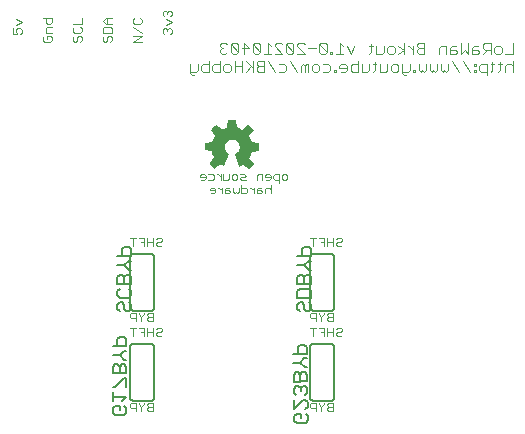
<source format=gbr>
G04 EAGLE Gerber RS-274X export*
G75*
%MOMM*%
%FSLAX34Y34*%
%LPD*%
%INSilkscreen Bottom*%
%IPPOS*%
%AMOC8*
5,1,8,0,0,1.08239X$1,22.5*%
G01*
%ADD10C,0.076200*%
%ADD11C,0.152400*%
%ADD12C,0.127000*%
%ADD13C,0.050800*%

G36*
X395140Y514872D02*
X395140Y514872D01*
X395192Y514877D01*
X395214Y514891D01*
X395225Y514893D01*
X395233Y514902D01*
X395262Y514920D01*
X396151Y515682D01*
X396152Y515683D01*
X396154Y515685D01*
X397297Y516701D01*
X397300Y516705D01*
X397308Y516711D01*
X398197Y517600D01*
X398200Y517604D01*
X398207Y517611D01*
X399223Y518754D01*
X399239Y518786D01*
X399253Y518802D01*
X399255Y518818D01*
X399279Y518857D01*
X399279Y518870D01*
X399284Y518881D01*
X399277Y518940D01*
X399276Y518998D01*
X399268Y519013D01*
X399267Y519021D01*
X399259Y519031D01*
X399239Y519071D01*
X395653Y524017D01*
X396459Y525398D01*
X396460Y525404D01*
X396467Y525413D01*
X396975Y526429D01*
X396977Y526441D01*
X396991Y526469D01*
X397372Y527739D01*
X397372Y527740D01*
X397373Y527742D01*
X397836Y529366D01*
X403901Y530356D01*
X403960Y530384D01*
X404020Y530410D01*
X404023Y530414D01*
X404028Y530417D01*
X404063Y530472D01*
X404100Y530526D01*
X404101Y530533D01*
X404103Y530536D01*
X404103Y530545D01*
X404113Y530606D01*
X404113Y536194D01*
X404095Y536257D01*
X404079Y536321D01*
X404076Y536324D01*
X404074Y536329D01*
X404025Y536373D01*
X403978Y536418D01*
X403971Y536420D01*
X403969Y536423D01*
X403960Y536424D01*
X403901Y536444D01*
X397815Y537438D01*
X397496Y538183D01*
X397119Y539563D01*
X397113Y539573D01*
X397105Y539602D01*
X396343Y541253D01*
X396337Y541260D01*
X396330Y541277D01*
X395652Y542408D01*
X399116Y547481D01*
X399136Y547540D01*
X399159Y547599D01*
X399157Y547607D01*
X399160Y547615D01*
X399145Y547676D01*
X399134Y547737D01*
X399127Y547746D01*
X399126Y547752D01*
X399117Y547760D01*
X399086Y547803D01*
X398457Y548433D01*
X397445Y549570D01*
X397441Y549573D01*
X397435Y549581D01*
X396165Y550851D01*
X396156Y550856D01*
X396141Y550872D01*
X394998Y551761D01*
X394951Y551780D01*
X394908Y551806D01*
X394887Y551805D01*
X394868Y551813D01*
X394818Y551804D01*
X394767Y551803D01*
X394741Y551789D01*
X394729Y551787D01*
X394720Y551779D01*
X394694Y551766D01*
X389747Y548179D01*
X388111Y549114D01*
X388100Y549116D01*
X388079Y549129D01*
X386809Y549637D01*
X386804Y549638D01*
X386795Y549642D01*
X385035Y550229D01*
X384044Y556175D01*
X384021Y556222D01*
X384005Y556273D01*
X383991Y556285D01*
X383983Y556302D01*
X383938Y556330D01*
X383898Y556364D01*
X383873Y556371D01*
X383863Y556377D01*
X383851Y556376D01*
X383819Y556385D01*
X382549Y556512D01*
X382541Y556511D01*
X382524Y556513D01*
X379603Y556513D01*
X379596Y556511D01*
X379582Y556512D01*
X378058Y556385D01*
X378008Y556366D01*
X377957Y556355D01*
X377944Y556342D01*
X377926Y556335D01*
X377895Y556293D01*
X377857Y556255D01*
X377849Y556231D01*
X377842Y556222D01*
X377841Y556210D01*
X377830Y556179D01*
X376717Y550121D01*
X375738Y549903D01*
X375727Y549897D01*
X375690Y549887D01*
X373404Y548871D01*
X373398Y548867D01*
X373384Y548861D01*
X372380Y548304D01*
X367303Y551895D01*
X367261Y551909D01*
X367224Y551932D01*
X367196Y551932D01*
X367170Y551941D01*
X367127Y551931D01*
X367083Y551930D01*
X367045Y551912D01*
X367033Y551909D01*
X367027Y551902D01*
X367010Y551894D01*
X366121Y551259D01*
X366116Y551253D01*
X366101Y551244D01*
X365085Y550355D01*
X365082Y550350D01*
X365073Y550343D01*
X363803Y549073D01*
X363799Y549065D01*
X363784Y549052D01*
X362768Y547782D01*
X362748Y547734D01*
X362721Y547690D01*
X362722Y547670D01*
X362714Y547652D01*
X362723Y547601D01*
X362724Y547549D01*
X362736Y547524D01*
X362738Y547513D01*
X362746Y547504D01*
X362760Y547476D01*
X366227Y542648D01*
X366172Y542538D01*
X365287Y541021D01*
X365285Y541012D01*
X365275Y540998D01*
X364640Y539601D01*
X364639Y539591D01*
X364629Y539570D01*
X364166Y538066D01*
X358094Y536951D01*
X358049Y536928D01*
X358000Y536913D01*
X357987Y536897D01*
X357968Y536888D01*
X357942Y536844D01*
X357909Y536806D01*
X357901Y536778D01*
X357895Y536767D01*
X357896Y536756D01*
X357888Y536727D01*
X357761Y535457D01*
X357761Y535456D01*
X357761Y535455D01*
X357634Y534058D01*
X357635Y534050D01*
X357633Y534035D01*
X357633Y531114D01*
X357650Y531053D01*
X357664Y530992D01*
X357670Y530986D01*
X357672Y530979D01*
X357719Y530937D01*
X357764Y530892D01*
X357773Y530889D01*
X357777Y530885D01*
X357788Y530883D01*
X357840Y530865D01*
X363903Y529751D01*
X364371Y527878D01*
X364375Y527872D01*
X364377Y527859D01*
X364885Y526335D01*
X364892Y526324D01*
X364906Y526287D01*
X365714Y524902D01*
X362123Y519701D01*
X362107Y519655D01*
X362084Y519613D01*
X362085Y519590D01*
X362078Y519567D01*
X362089Y519521D01*
X362092Y519473D01*
X362109Y519443D01*
X362112Y519430D01*
X362119Y519423D01*
X362131Y519402D01*
X363020Y518259D01*
X363025Y518255D01*
X363031Y518246D01*
X364047Y517103D01*
X364051Y517100D01*
X364057Y517092D01*
X364946Y516203D01*
X364951Y516200D01*
X364958Y516191D01*
X365974Y515302D01*
X366025Y515279D01*
X366072Y515249D01*
X366088Y515249D01*
X366102Y515243D01*
X366157Y515250D01*
X366213Y515250D01*
X366232Y515259D01*
X366242Y515261D01*
X366252Y515269D01*
X366286Y515286D01*
X371224Y518742D01*
X372605Y517822D01*
X372617Y517818D01*
X372648Y517799D01*
X374172Y517164D01*
X374189Y517162D01*
X374205Y517153D01*
X374258Y517154D01*
X374312Y517148D01*
X374328Y517156D01*
X374345Y517157D01*
X374390Y517186D01*
X374438Y517210D01*
X374448Y517225D01*
X374463Y517235D01*
X374504Y517304D01*
X378441Y527210D01*
X378447Y527274D01*
X378457Y527337D01*
X378454Y527343D01*
X378455Y527351D01*
X378426Y527408D01*
X378401Y527466D01*
X378394Y527472D01*
X378391Y527477D01*
X378382Y527482D01*
X378340Y527519D01*
X377197Y528228D01*
X376242Y529137D01*
X375492Y530222D01*
X374979Y531437D01*
X374725Y532731D01*
X374739Y534049D01*
X375023Y535337D01*
X375563Y536540D01*
X376337Y537607D01*
X377312Y538495D01*
X378448Y539165D01*
X379696Y539589D01*
X381004Y539749D01*
X382357Y539630D01*
X383652Y539223D01*
X384829Y538549D01*
X385835Y537638D01*
X386623Y536533D01*
X387156Y535285D01*
X387409Y533952D01*
X387371Y532595D01*
X387044Y531278D01*
X386442Y530062D01*
X385593Y529003D01*
X384538Y528150D01*
X383300Y527530D01*
X383249Y527483D01*
X383197Y527436D01*
X383197Y527435D01*
X383196Y527435D01*
X383178Y527367D01*
X383160Y527300D01*
X383160Y527299D01*
X383160Y527297D01*
X383174Y527220D01*
X386730Y517060D01*
X386750Y517033D01*
X386760Y517001D01*
X386790Y516977D01*
X386812Y516946D01*
X386843Y516933D01*
X386869Y516911D01*
X386907Y516907D01*
X386942Y516892D01*
X386975Y516898D01*
X387009Y516894D01*
X387075Y516916D01*
X387081Y516917D01*
X387082Y516918D01*
X387086Y516919D01*
X389873Y518373D01*
X394954Y514903D01*
X395005Y514886D01*
X395052Y514863D01*
X395071Y514865D01*
X395088Y514859D01*
X395140Y514872D01*
G37*
D10*
X304419Y622681D02*
X297047Y622681D01*
X304419Y627596D01*
X297047Y627596D01*
X297047Y635080D02*
X304419Y630165D01*
X297047Y641335D02*
X298275Y642564D01*
X297047Y641335D02*
X297047Y638878D01*
X298275Y637649D01*
X303190Y637649D01*
X304419Y638878D01*
X304419Y641335D01*
X303190Y642564D01*
X466571Y317125D02*
X466571Y309753D01*
X466571Y317125D02*
X462885Y317125D01*
X461657Y315897D01*
X461657Y314668D01*
X462885Y313439D01*
X461657Y312210D01*
X461657Y310982D01*
X462885Y309753D01*
X466571Y309753D01*
X466571Y313439D02*
X462885Y313439D01*
X459087Y315897D02*
X459087Y317125D01*
X459087Y315897D02*
X456630Y313439D01*
X454172Y315897D01*
X454172Y317125D01*
X456630Y313439D02*
X456630Y309753D01*
X451603Y309753D02*
X451603Y317125D01*
X447917Y317125D01*
X446688Y315897D01*
X446688Y313439D01*
X447917Y312210D01*
X451603Y312210D01*
X314171Y309753D02*
X314171Y317125D01*
X310485Y317125D01*
X309257Y315897D01*
X309257Y314668D01*
X310485Y313439D01*
X309257Y312210D01*
X309257Y310982D01*
X310485Y309753D01*
X314171Y309753D01*
X314171Y313439D02*
X310485Y313439D01*
X306687Y315897D02*
X306687Y317125D01*
X306687Y315897D02*
X304230Y313439D01*
X301772Y315897D01*
X301772Y317125D01*
X304230Y313439D02*
X304230Y309753D01*
X299203Y309753D02*
X299203Y317125D01*
X295517Y317125D01*
X294288Y315897D01*
X294288Y313439D01*
X295517Y312210D01*
X299203Y312210D01*
X314171Y385953D02*
X314171Y393325D01*
X310485Y393325D01*
X309257Y392097D01*
X309257Y390868D01*
X310485Y389639D01*
X309257Y388410D01*
X309257Y387182D01*
X310485Y385953D01*
X314171Y385953D01*
X314171Y389639D02*
X310485Y389639D01*
X306687Y392097D02*
X306687Y393325D01*
X306687Y392097D02*
X304230Y389639D01*
X301772Y392097D01*
X301772Y393325D01*
X304230Y389639D02*
X304230Y385953D01*
X299203Y385953D02*
X299203Y393325D01*
X295517Y393325D01*
X294288Y392097D01*
X294288Y389639D01*
X295517Y388410D01*
X299203Y388410D01*
X466571Y385953D02*
X466571Y393325D01*
X462885Y393325D01*
X461657Y392097D01*
X461657Y390868D01*
X462885Y389639D01*
X461657Y388410D01*
X461657Y387182D01*
X462885Y385953D01*
X466571Y385953D01*
X466571Y389639D02*
X462885Y389639D01*
X459087Y392097D02*
X459087Y393325D01*
X459087Y392097D02*
X456630Y389639D01*
X454172Y392097D01*
X454172Y393325D01*
X456630Y389639D02*
X456630Y385953D01*
X451603Y385953D02*
X451603Y393325D01*
X447917Y393325D01*
X446688Y392097D01*
X446688Y389639D01*
X447917Y388410D01*
X451603Y388410D01*
X469141Y455597D02*
X470370Y456825D01*
X472827Y456825D01*
X474056Y455597D01*
X474056Y454368D01*
X472827Y453139D01*
X470370Y453139D01*
X469141Y451910D01*
X469141Y450682D01*
X470370Y449453D01*
X472827Y449453D01*
X474056Y450682D01*
X466571Y449453D02*
X466571Y456825D01*
X466571Y453139D02*
X461657Y453139D01*
X461657Y456825D02*
X461657Y449453D01*
X459087Y449453D02*
X459087Y456825D01*
X454172Y456825D01*
X456630Y453139D02*
X459087Y453139D01*
X449146Y449453D02*
X449146Y456825D01*
X451603Y456825D02*
X446688Y456825D01*
X317970Y456825D02*
X316741Y455597D01*
X317970Y456825D02*
X320427Y456825D01*
X321656Y455597D01*
X321656Y454368D01*
X320427Y453139D01*
X317970Y453139D01*
X316741Y451910D01*
X316741Y450682D01*
X317970Y449453D01*
X320427Y449453D01*
X321656Y450682D01*
X314171Y449453D02*
X314171Y456825D01*
X314171Y453139D02*
X309257Y453139D01*
X309257Y456825D02*
X309257Y449453D01*
X306687Y449453D02*
X306687Y456825D01*
X301772Y456825D01*
X304230Y453139D02*
X306687Y453139D01*
X296746Y449453D02*
X296746Y456825D01*
X299203Y456825D02*
X294288Y456825D01*
X317970Y380625D02*
X316741Y379397D01*
X317970Y380625D02*
X320427Y380625D01*
X321656Y379397D01*
X321656Y378168D01*
X320427Y376939D01*
X317970Y376939D01*
X316741Y375710D01*
X316741Y374482D01*
X317970Y373253D01*
X320427Y373253D01*
X321656Y374482D01*
X314171Y373253D02*
X314171Y380625D01*
X314171Y376939D02*
X309257Y376939D01*
X309257Y380625D02*
X309257Y373253D01*
X306687Y373253D02*
X306687Y380625D01*
X301772Y380625D01*
X304230Y376939D02*
X306687Y376939D01*
X296746Y373253D02*
X296746Y380625D01*
X299203Y380625D02*
X294288Y380625D01*
X469141Y379397D02*
X470370Y380625D01*
X472827Y380625D01*
X474056Y379397D01*
X474056Y378168D01*
X472827Y376939D01*
X470370Y376939D01*
X469141Y375710D01*
X469141Y374482D01*
X470370Y373253D01*
X472827Y373253D01*
X474056Y374482D01*
X466571Y373253D02*
X466571Y380625D01*
X466571Y376939D02*
X461657Y376939D01*
X461657Y380625D02*
X461657Y373253D01*
X459087Y373253D02*
X459087Y380625D01*
X454172Y380625D01*
X456630Y376939D02*
X459087Y376939D01*
X449146Y373253D02*
X449146Y380625D01*
X451603Y380625D02*
X446688Y380625D01*
X618497Y612521D02*
X618497Y621927D01*
X618497Y612521D02*
X612227Y612521D01*
X607574Y612521D02*
X604439Y612521D01*
X602871Y614089D01*
X602871Y617224D01*
X604439Y618792D01*
X607574Y618792D01*
X609142Y617224D01*
X609142Y614089D01*
X607574Y612521D01*
X599787Y612521D02*
X599787Y621927D01*
X595084Y621927D01*
X593516Y620359D01*
X593516Y617224D01*
X595084Y615656D01*
X599787Y615656D01*
X596652Y615656D02*
X593516Y612521D01*
X588864Y618792D02*
X585729Y618792D01*
X584161Y617224D01*
X584161Y612521D01*
X588864Y612521D01*
X590432Y614089D01*
X588864Y615656D01*
X584161Y615656D01*
X581077Y612521D02*
X581077Y621927D01*
X577941Y615656D02*
X581077Y612521D01*
X577941Y615656D02*
X574806Y612521D01*
X574806Y621927D01*
X570154Y618792D02*
X567018Y618792D01*
X565451Y617224D01*
X565451Y612521D01*
X570154Y612521D01*
X571721Y614089D01*
X570154Y615656D01*
X565451Y615656D01*
X562366Y612521D02*
X562366Y618792D01*
X557663Y618792D01*
X556095Y617224D01*
X556095Y612521D01*
X543656Y612521D02*
X543656Y621927D01*
X538953Y621927D01*
X537385Y620359D01*
X537385Y618792D01*
X538953Y617224D01*
X537385Y615656D01*
X537385Y614089D01*
X538953Y612521D01*
X543656Y612521D01*
X543656Y617224D02*
X538953Y617224D01*
X534301Y618792D02*
X534301Y612521D01*
X534301Y615656D02*
X531165Y618792D01*
X529598Y618792D01*
X526505Y621927D02*
X526505Y612521D01*
X526505Y615656D02*
X521802Y612521D01*
X526505Y615656D02*
X521802Y618792D01*
X517141Y612521D02*
X514006Y612521D01*
X512438Y614089D01*
X512438Y617224D01*
X514006Y618792D01*
X517141Y618792D01*
X518709Y617224D01*
X518709Y614089D01*
X517141Y612521D01*
X509353Y614089D02*
X509353Y618792D01*
X509353Y614089D02*
X507786Y612521D01*
X503083Y612521D01*
X503083Y618792D01*
X498431Y620359D02*
X498431Y614089D01*
X496863Y612521D01*
X496863Y618792D02*
X499998Y618792D01*
X484406Y618792D02*
X481271Y612521D01*
X478136Y618792D01*
X475051Y618792D02*
X471916Y621927D01*
X471916Y612521D01*
X475051Y612521D02*
X468780Y612521D01*
X465696Y612521D02*
X465696Y614089D01*
X464128Y614089D01*
X464128Y612521D01*
X465696Y612521D01*
X461018Y614089D02*
X461018Y620359D01*
X459451Y621927D01*
X456315Y621927D01*
X454748Y620359D01*
X454748Y614089D01*
X456315Y612521D01*
X459451Y612521D01*
X461018Y614089D01*
X454748Y620359D01*
X451663Y617224D02*
X445392Y617224D01*
X442308Y612521D02*
X436037Y612521D01*
X442308Y612521D02*
X436037Y618792D01*
X436037Y620359D01*
X437605Y621927D01*
X440740Y621927D01*
X442308Y620359D01*
X432953Y620359D02*
X432953Y614089D01*
X432953Y620359D02*
X431385Y621927D01*
X428250Y621927D01*
X426682Y620359D01*
X426682Y614089D01*
X428250Y612521D01*
X431385Y612521D01*
X432953Y614089D01*
X426682Y620359D01*
X423598Y612521D02*
X417327Y612521D01*
X423598Y612521D02*
X417327Y618792D01*
X417327Y620359D01*
X418895Y621927D01*
X422030Y621927D01*
X423598Y620359D01*
X414242Y618792D02*
X411107Y621927D01*
X411107Y612521D01*
X414242Y612521D02*
X407972Y612521D01*
X404887Y614089D02*
X404887Y620359D01*
X403320Y621927D01*
X400184Y621927D01*
X398617Y620359D01*
X398617Y614089D01*
X400184Y612521D01*
X403320Y612521D01*
X404887Y614089D01*
X398617Y620359D01*
X390829Y621927D02*
X390829Y612521D01*
X395532Y617224D02*
X390829Y621927D01*
X389261Y617224D02*
X395532Y617224D01*
X386177Y614089D02*
X386177Y620359D01*
X384609Y621927D01*
X381474Y621927D01*
X379906Y620359D01*
X379906Y614089D01*
X381474Y612521D01*
X384609Y612521D01*
X386177Y614089D01*
X379906Y620359D01*
X376822Y620359D02*
X375254Y621927D01*
X372119Y621927D01*
X370551Y620359D01*
X370551Y618792D01*
X372119Y617224D01*
X373686Y617224D01*
X372119Y617224D02*
X370551Y615656D01*
X370551Y614089D01*
X372119Y612521D01*
X375254Y612521D01*
X376822Y614089D01*
X618497Y606687D02*
X618497Y597281D01*
X618497Y601984D02*
X616930Y603552D01*
X613794Y603552D01*
X612227Y601984D01*
X612227Y597281D01*
X607574Y598849D02*
X607574Y605119D01*
X607574Y598849D02*
X606007Y597281D01*
X606007Y603552D02*
X609142Y603552D01*
X601338Y605119D02*
X601338Y598849D01*
X599770Y597281D01*
X599770Y603552D02*
X602905Y603552D01*
X596669Y603552D02*
X596669Y594146D01*
X596669Y603552D02*
X591966Y603552D01*
X590398Y601984D01*
X590398Y598849D01*
X591966Y597281D01*
X596669Y597281D01*
X587313Y603552D02*
X585746Y603552D01*
X585746Y601984D01*
X587313Y601984D01*
X587313Y603552D01*
X587313Y598849D02*
X585746Y598849D01*
X585746Y597281D01*
X587313Y597281D01*
X587313Y598849D01*
X582636Y597281D02*
X576365Y606687D01*
X567010Y606687D02*
X573281Y597281D01*
X563925Y598849D02*
X563925Y603552D01*
X563925Y598849D02*
X562358Y597281D01*
X560790Y598849D01*
X559222Y597281D01*
X557655Y598849D01*
X557655Y603552D01*
X554570Y603552D02*
X554570Y598849D01*
X553003Y597281D01*
X551435Y598849D01*
X549867Y597281D01*
X548299Y598849D01*
X548299Y603552D01*
X545215Y603552D02*
X545215Y598849D01*
X543647Y597281D01*
X542080Y598849D01*
X540512Y597281D01*
X538944Y598849D01*
X538944Y603552D01*
X535860Y598849D02*
X535860Y597281D01*
X535860Y598849D02*
X534292Y598849D01*
X534292Y597281D01*
X535860Y597281D01*
X531182Y598849D02*
X531182Y603552D01*
X531182Y598849D02*
X529615Y597281D01*
X524912Y597281D01*
X524912Y595713D02*
X524912Y603552D01*
X524912Y595713D02*
X526479Y594146D01*
X528047Y594146D01*
X520259Y597281D02*
X517124Y597281D01*
X515556Y598849D01*
X515556Y601984D01*
X517124Y603552D01*
X520259Y603552D01*
X521827Y601984D01*
X521827Y598849D01*
X520259Y597281D01*
X512472Y598849D02*
X512472Y603552D01*
X512472Y598849D02*
X510904Y597281D01*
X506201Y597281D01*
X506201Y603552D01*
X501549Y605119D02*
X501549Y598849D01*
X499981Y597281D01*
X499981Y603552D02*
X503117Y603552D01*
X496880Y603552D02*
X496880Y598849D01*
X495312Y597281D01*
X490609Y597281D01*
X490609Y603552D01*
X487525Y606687D02*
X487525Y597281D01*
X482822Y597281D01*
X481254Y598849D01*
X481254Y601984D01*
X482822Y603552D01*
X487525Y603552D01*
X476602Y597281D02*
X473466Y597281D01*
X476602Y597281D02*
X478169Y598849D01*
X478169Y601984D01*
X476602Y603552D01*
X473466Y603552D01*
X471899Y601984D01*
X471899Y600416D01*
X478169Y600416D01*
X468814Y598849D02*
X468814Y597281D01*
X468814Y598849D02*
X467247Y598849D01*
X467247Y597281D01*
X468814Y597281D01*
X462569Y603552D02*
X457866Y603552D01*
X462569Y603552D02*
X464137Y601984D01*
X464137Y598849D01*
X462569Y597281D01*
X457866Y597281D01*
X453214Y597281D02*
X450079Y597281D01*
X448511Y598849D01*
X448511Y601984D01*
X450079Y603552D01*
X453214Y603552D01*
X454782Y601984D01*
X454782Y598849D01*
X453214Y597281D01*
X445426Y597281D02*
X445426Y603552D01*
X443859Y603552D01*
X442291Y601984D01*
X442291Y597281D01*
X442291Y601984D02*
X440723Y603552D01*
X439156Y601984D01*
X439156Y597281D01*
X436071Y597281D02*
X429800Y606687D01*
X425148Y603552D02*
X420445Y603552D01*
X425148Y603552D02*
X426716Y601984D01*
X426716Y598849D01*
X425148Y597281D01*
X420445Y597281D01*
X417361Y597281D02*
X411090Y606687D01*
X408006Y606687D02*
X408006Y597281D01*
X408006Y606687D02*
X403303Y606687D01*
X401735Y605119D01*
X401735Y603552D01*
X403303Y601984D01*
X401735Y600416D01*
X401735Y598849D01*
X403303Y597281D01*
X408006Y597281D01*
X408006Y601984D02*
X403303Y601984D01*
X398650Y606687D02*
X398650Y597281D01*
X398650Y600416D02*
X392380Y606687D01*
X397083Y601984D02*
X392380Y597281D01*
X389295Y597281D02*
X389295Y606687D01*
X389295Y601984D02*
X383025Y601984D01*
X383025Y606687D02*
X383025Y597281D01*
X378372Y597281D02*
X375237Y597281D01*
X373669Y598849D01*
X373669Y601984D01*
X375237Y603552D01*
X378372Y603552D01*
X379940Y601984D01*
X379940Y598849D01*
X378372Y597281D01*
X370585Y597281D02*
X370585Y606687D01*
X370585Y597281D02*
X365882Y597281D01*
X364314Y598849D01*
X364314Y601984D01*
X365882Y603552D01*
X370585Y603552D01*
X361230Y606687D02*
X361230Y597281D01*
X356527Y597281D01*
X354959Y598849D01*
X354959Y601984D01*
X356527Y603552D01*
X361230Y603552D01*
X351874Y603552D02*
X351874Y598849D01*
X350307Y597281D01*
X345604Y597281D01*
X345604Y595713D02*
X345604Y603552D01*
X345604Y595713D02*
X347171Y594146D01*
X348739Y594146D01*
X195447Y629031D02*
X195447Y633946D01*
X195447Y629031D02*
X199133Y629031D01*
X197904Y631488D01*
X197904Y632717D01*
X199133Y633946D01*
X201590Y633946D01*
X202819Y632717D01*
X202819Y630260D01*
X201590Y629031D01*
X197904Y636515D02*
X202819Y638973D01*
X197904Y641430D01*
X220847Y626367D02*
X222075Y627596D01*
X220847Y626367D02*
X220847Y623910D01*
X222075Y622681D01*
X226990Y622681D01*
X228219Y623910D01*
X228219Y626367D01*
X226990Y627596D01*
X224533Y627596D01*
X224533Y625138D01*
X223304Y630165D02*
X228219Y630165D01*
X223304Y630165D02*
X223304Y633851D01*
X224533Y635080D01*
X228219Y635080D01*
X228219Y642564D02*
X220847Y642564D01*
X228219Y642564D02*
X228219Y638878D01*
X226990Y637649D01*
X224533Y637649D01*
X223304Y638878D01*
X223304Y642564D01*
X246247Y626367D02*
X247475Y627596D01*
X246247Y626367D02*
X246247Y623910D01*
X247475Y622681D01*
X248704Y622681D01*
X249933Y623910D01*
X249933Y626367D01*
X251162Y627596D01*
X252390Y627596D01*
X253619Y626367D01*
X253619Y623910D01*
X252390Y622681D01*
X246247Y633851D02*
X247475Y635080D01*
X246247Y633851D02*
X246247Y631394D01*
X247475Y630165D01*
X252390Y630165D01*
X253619Y631394D01*
X253619Y633851D01*
X252390Y635080D01*
X253619Y637649D02*
X246247Y637649D01*
X253619Y637649D02*
X253619Y642564D01*
X271647Y626367D02*
X272875Y627596D01*
X271647Y626367D02*
X271647Y623910D01*
X272875Y622681D01*
X274104Y622681D01*
X275333Y623910D01*
X275333Y626367D01*
X276562Y627596D01*
X277790Y627596D01*
X279019Y626367D01*
X279019Y623910D01*
X277790Y622681D01*
X279019Y630165D02*
X271647Y630165D01*
X279019Y630165D02*
X279019Y633851D01*
X277790Y635080D01*
X272875Y635080D01*
X271647Y633851D01*
X271647Y630165D01*
X274104Y637649D02*
X279019Y637649D01*
X274104Y637649D02*
X271647Y640107D01*
X274104Y642564D01*
X279019Y642564D01*
X275333Y642564D02*
X275333Y637649D01*
X322447Y630260D02*
X323675Y629031D01*
X322447Y630260D02*
X322447Y632717D01*
X323675Y633946D01*
X324904Y633946D01*
X326133Y632717D01*
X326133Y631488D01*
X326133Y632717D02*
X327362Y633946D01*
X328590Y633946D01*
X329819Y632717D01*
X329819Y630260D01*
X328590Y629031D01*
X324904Y636515D02*
X329819Y638973D01*
X324904Y641430D01*
X323675Y643999D02*
X322447Y645228D01*
X322447Y647685D01*
X323675Y648914D01*
X324904Y648914D01*
X326133Y647685D01*
X326133Y646457D01*
X326133Y647685D02*
X327362Y648914D01*
X328590Y648914D01*
X329819Y647685D01*
X329819Y645228D01*
X328590Y643999D01*
D11*
X294640Y440690D02*
X294640Y397510D01*
X314960Y440690D02*
X314958Y440790D01*
X314952Y440889D01*
X314942Y440989D01*
X314929Y441087D01*
X314911Y441186D01*
X314890Y441283D01*
X314865Y441379D01*
X314836Y441475D01*
X314803Y441569D01*
X314767Y441662D01*
X314727Y441753D01*
X314683Y441843D01*
X314636Y441931D01*
X314586Y442017D01*
X314532Y442101D01*
X314475Y442183D01*
X314415Y442262D01*
X314351Y442340D01*
X314285Y442414D01*
X314216Y442486D01*
X314144Y442555D01*
X314070Y442621D01*
X313992Y442685D01*
X313913Y442745D01*
X313831Y442802D01*
X313747Y442856D01*
X313661Y442906D01*
X313573Y442953D01*
X313483Y442997D01*
X313392Y443037D01*
X313299Y443073D01*
X313205Y443106D01*
X313109Y443135D01*
X313013Y443160D01*
X312916Y443181D01*
X312817Y443199D01*
X312719Y443212D01*
X312619Y443222D01*
X312520Y443228D01*
X312420Y443230D01*
X314960Y397510D02*
X314958Y397410D01*
X314952Y397311D01*
X314942Y397211D01*
X314929Y397113D01*
X314911Y397014D01*
X314890Y396917D01*
X314865Y396821D01*
X314836Y396725D01*
X314803Y396631D01*
X314767Y396538D01*
X314727Y396447D01*
X314683Y396357D01*
X314636Y396269D01*
X314586Y396183D01*
X314532Y396099D01*
X314475Y396017D01*
X314415Y395938D01*
X314351Y395860D01*
X314285Y395786D01*
X314216Y395714D01*
X314144Y395645D01*
X314070Y395579D01*
X313992Y395515D01*
X313913Y395455D01*
X313831Y395398D01*
X313747Y395344D01*
X313661Y395294D01*
X313573Y395247D01*
X313483Y395203D01*
X313392Y395163D01*
X313299Y395127D01*
X313205Y395094D01*
X313109Y395065D01*
X313013Y395040D01*
X312916Y395019D01*
X312817Y395001D01*
X312719Y394988D01*
X312619Y394978D01*
X312520Y394972D01*
X312420Y394970D01*
X297180Y394970D02*
X297080Y394972D01*
X296981Y394978D01*
X296881Y394988D01*
X296783Y395001D01*
X296684Y395019D01*
X296587Y395040D01*
X296491Y395065D01*
X296395Y395094D01*
X296301Y395127D01*
X296208Y395163D01*
X296117Y395203D01*
X296027Y395247D01*
X295939Y395294D01*
X295853Y395344D01*
X295769Y395398D01*
X295687Y395455D01*
X295608Y395515D01*
X295530Y395579D01*
X295456Y395645D01*
X295384Y395714D01*
X295315Y395786D01*
X295249Y395860D01*
X295185Y395938D01*
X295125Y396017D01*
X295068Y396099D01*
X295014Y396183D01*
X294964Y396269D01*
X294917Y396357D01*
X294873Y396447D01*
X294833Y396538D01*
X294797Y396631D01*
X294764Y396725D01*
X294735Y396821D01*
X294710Y396917D01*
X294689Y397014D01*
X294671Y397113D01*
X294658Y397211D01*
X294648Y397311D01*
X294642Y397410D01*
X294640Y397510D01*
X294640Y440690D02*
X294642Y440790D01*
X294648Y440889D01*
X294658Y440989D01*
X294671Y441087D01*
X294689Y441186D01*
X294710Y441283D01*
X294735Y441379D01*
X294764Y441475D01*
X294797Y441569D01*
X294833Y441662D01*
X294873Y441753D01*
X294917Y441843D01*
X294964Y441931D01*
X295014Y442017D01*
X295068Y442101D01*
X295125Y442183D01*
X295185Y442262D01*
X295249Y442340D01*
X295315Y442414D01*
X295384Y442486D01*
X295456Y442555D01*
X295530Y442621D01*
X295608Y442685D01*
X295687Y442745D01*
X295769Y442802D01*
X295853Y442856D01*
X295939Y442906D01*
X296027Y442953D01*
X296117Y442997D01*
X296208Y443037D01*
X296301Y443073D01*
X296395Y443106D01*
X296491Y443135D01*
X296587Y443160D01*
X296684Y443181D01*
X296783Y443199D01*
X296881Y443212D01*
X296981Y443222D01*
X297080Y443228D01*
X297180Y443230D01*
X312420Y443230D01*
X312420Y394970D02*
X297180Y394970D01*
X314960Y397510D02*
X314960Y440690D01*
D12*
X293378Y401962D02*
X295285Y400055D01*
X295285Y396242D01*
X293378Y394335D01*
X291472Y394335D01*
X289565Y396242D01*
X289565Y400055D01*
X287658Y401962D01*
X285752Y401962D01*
X283845Y400055D01*
X283845Y396242D01*
X285752Y394335D01*
X295285Y411749D02*
X293378Y413655D01*
X295285Y411749D02*
X295285Y407936D01*
X293378Y406029D01*
X285752Y406029D01*
X283845Y407936D01*
X283845Y411749D01*
X285752Y413655D01*
X283845Y417723D02*
X295285Y417723D01*
X295285Y423443D01*
X293378Y425349D01*
X291472Y425349D01*
X289565Y423443D01*
X287658Y425349D01*
X285752Y425349D01*
X283845Y423443D01*
X283845Y417723D01*
X289565Y417723D02*
X289565Y423443D01*
X293378Y429417D02*
X295285Y429417D01*
X293378Y429417D02*
X289565Y433230D01*
X293378Y437043D01*
X295285Y437043D01*
X289565Y433230D02*
X283845Y433230D01*
X283845Y441111D02*
X295285Y441111D01*
X295285Y446831D01*
X293378Y448737D01*
X289565Y448737D01*
X287658Y446831D01*
X287658Y441111D01*
D11*
X447040Y440690D02*
X447040Y397510D01*
X467360Y440690D02*
X467358Y440790D01*
X467352Y440889D01*
X467342Y440989D01*
X467329Y441087D01*
X467311Y441186D01*
X467290Y441283D01*
X467265Y441379D01*
X467236Y441475D01*
X467203Y441569D01*
X467167Y441662D01*
X467127Y441753D01*
X467083Y441843D01*
X467036Y441931D01*
X466986Y442017D01*
X466932Y442101D01*
X466875Y442183D01*
X466815Y442262D01*
X466751Y442340D01*
X466685Y442414D01*
X466616Y442486D01*
X466544Y442555D01*
X466470Y442621D01*
X466392Y442685D01*
X466313Y442745D01*
X466231Y442802D01*
X466147Y442856D01*
X466061Y442906D01*
X465973Y442953D01*
X465883Y442997D01*
X465792Y443037D01*
X465699Y443073D01*
X465605Y443106D01*
X465509Y443135D01*
X465413Y443160D01*
X465316Y443181D01*
X465217Y443199D01*
X465119Y443212D01*
X465019Y443222D01*
X464920Y443228D01*
X464820Y443230D01*
X467360Y397510D02*
X467358Y397410D01*
X467352Y397311D01*
X467342Y397211D01*
X467329Y397113D01*
X467311Y397014D01*
X467290Y396917D01*
X467265Y396821D01*
X467236Y396725D01*
X467203Y396631D01*
X467167Y396538D01*
X467127Y396447D01*
X467083Y396357D01*
X467036Y396269D01*
X466986Y396183D01*
X466932Y396099D01*
X466875Y396017D01*
X466815Y395938D01*
X466751Y395860D01*
X466685Y395786D01*
X466616Y395714D01*
X466544Y395645D01*
X466470Y395579D01*
X466392Y395515D01*
X466313Y395455D01*
X466231Y395398D01*
X466147Y395344D01*
X466061Y395294D01*
X465973Y395247D01*
X465883Y395203D01*
X465792Y395163D01*
X465699Y395127D01*
X465605Y395094D01*
X465509Y395065D01*
X465413Y395040D01*
X465316Y395019D01*
X465217Y395001D01*
X465119Y394988D01*
X465019Y394978D01*
X464920Y394972D01*
X464820Y394970D01*
X449580Y394970D02*
X449480Y394972D01*
X449381Y394978D01*
X449281Y394988D01*
X449183Y395001D01*
X449084Y395019D01*
X448987Y395040D01*
X448891Y395065D01*
X448795Y395094D01*
X448701Y395127D01*
X448608Y395163D01*
X448517Y395203D01*
X448427Y395247D01*
X448339Y395294D01*
X448253Y395344D01*
X448169Y395398D01*
X448087Y395455D01*
X448008Y395515D01*
X447930Y395579D01*
X447856Y395645D01*
X447784Y395714D01*
X447715Y395786D01*
X447649Y395860D01*
X447585Y395938D01*
X447525Y396017D01*
X447468Y396099D01*
X447414Y396183D01*
X447364Y396269D01*
X447317Y396357D01*
X447273Y396447D01*
X447233Y396538D01*
X447197Y396631D01*
X447164Y396725D01*
X447135Y396821D01*
X447110Y396917D01*
X447089Y397014D01*
X447071Y397113D01*
X447058Y397211D01*
X447048Y397311D01*
X447042Y397410D01*
X447040Y397510D01*
X447040Y440690D02*
X447042Y440790D01*
X447048Y440889D01*
X447058Y440989D01*
X447071Y441087D01*
X447089Y441186D01*
X447110Y441283D01*
X447135Y441379D01*
X447164Y441475D01*
X447197Y441569D01*
X447233Y441662D01*
X447273Y441753D01*
X447317Y441843D01*
X447364Y441931D01*
X447414Y442017D01*
X447468Y442101D01*
X447525Y442183D01*
X447585Y442262D01*
X447649Y442340D01*
X447715Y442414D01*
X447784Y442486D01*
X447856Y442555D01*
X447930Y442621D01*
X448008Y442685D01*
X448087Y442745D01*
X448169Y442802D01*
X448253Y442856D01*
X448339Y442906D01*
X448427Y442953D01*
X448517Y442997D01*
X448608Y443037D01*
X448701Y443073D01*
X448795Y443106D01*
X448891Y443135D01*
X448987Y443160D01*
X449084Y443181D01*
X449183Y443199D01*
X449281Y443212D01*
X449381Y443222D01*
X449480Y443228D01*
X449580Y443230D01*
X464820Y443230D01*
X464820Y394970D02*
X449580Y394970D01*
X467360Y397510D02*
X467360Y440690D01*
D12*
X445778Y401962D02*
X447685Y400055D01*
X447685Y396242D01*
X445778Y394335D01*
X443872Y394335D01*
X441965Y396242D01*
X441965Y400055D01*
X440058Y401962D01*
X438152Y401962D01*
X436245Y400055D01*
X436245Y396242D01*
X438152Y394335D01*
X436245Y406029D02*
X447685Y406029D01*
X436245Y406029D02*
X436245Y411749D01*
X438152Y413655D01*
X445778Y413655D01*
X447685Y411749D01*
X447685Y406029D01*
X447685Y417723D02*
X436245Y417723D01*
X447685Y417723D02*
X447685Y423443D01*
X445778Y425349D01*
X443872Y425349D01*
X441965Y423443D01*
X440058Y425349D01*
X438152Y425349D01*
X436245Y423443D01*
X436245Y417723D01*
X441965Y417723D02*
X441965Y423443D01*
X445778Y429417D02*
X447685Y429417D01*
X445778Y429417D02*
X441965Y433230D01*
X445778Y437043D01*
X447685Y437043D01*
X441965Y433230D02*
X436245Y433230D01*
X436245Y441111D02*
X447685Y441111D01*
X447685Y446831D01*
X445778Y448737D01*
X441965Y448737D01*
X440058Y446831D01*
X440058Y441111D01*
D11*
X447040Y364490D02*
X447040Y321310D01*
X467360Y364490D02*
X467358Y364590D01*
X467352Y364689D01*
X467342Y364789D01*
X467329Y364887D01*
X467311Y364986D01*
X467290Y365083D01*
X467265Y365179D01*
X467236Y365275D01*
X467203Y365369D01*
X467167Y365462D01*
X467127Y365553D01*
X467083Y365643D01*
X467036Y365731D01*
X466986Y365817D01*
X466932Y365901D01*
X466875Y365983D01*
X466815Y366062D01*
X466751Y366140D01*
X466685Y366214D01*
X466616Y366286D01*
X466544Y366355D01*
X466470Y366421D01*
X466392Y366485D01*
X466313Y366545D01*
X466231Y366602D01*
X466147Y366656D01*
X466061Y366706D01*
X465973Y366753D01*
X465883Y366797D01*
X465792Y366837D01*
X465699Y366873D01*
X465605Y366906D01*
X465509Y366935D01*
X465413Y366960D01*
X465316Y366981D01*
X465217Y366999D01*
X465119Y367012D01*
X465019Y367022D01*
X464920Y367028D01*
X464820Y367030D01*
X467360Y321310D02*
X467358Y321210D01*
X467352Y321111D01*
X467342Y321011D01*
X467329Y320913D01*
X467311Y320814D01*
X467290Y320717D01*
X467265Y320621D01*
X467236Y320525D01*
X467203Y320431D01*
X467167Y320338D01*
X467127Y320247D01*
X467083Y320157D01*
X467036Y320069D01*
X466986Y319983D01*
X466932Y319899D01*
X466875Y319817D01*
X466815Y319738D01*
X466751Y319660D01*
X466685Y319586D01*
X466616Y319514D01*
X466544Y319445D01*
X466470Y319379D01*
X466392Y319315D01*
X466313Y319255D01*
X466231Y319198D01*
X466147Y319144D01*
X466061Y319094D01*
X465973Y319047D01*
X465883Y319003D01*
X465792Y318963D01*
X465699Y318927D01*
X465605Y318894D01*
X465509Y318865D01*
X465413Y318840D01*
X465316Y318819D01*
X465217Y318801D01*
X465119Y318788D01*
X465019Y318778D01*
X464920Y318772D01*
X464820Y318770D01*
X449580Y318770D02*
X449480Y318772D01*
X449381Y318778D01*
X449281Y318788D01*
X449183Y318801D01*
X449084Y318819D01*
X448987Y318840D01*
X448891Y318865D01*
X448795Y318894D01*
X448701Y318927D01*
X448608Y318963D01*
X448517Y319003D01*
X448427Y319047D01*
X448339Y319094D01*
X448253Y319144D01*
X448169Y319198D01*
X448087Y319255D01*
X448008Y319315D01*
X447930Y319379D01*
X447856Y319445D01*
X447784Y319514D01*
X447715Y319586D01*
X447649Y319660D01*
X447585Y319738D01*
X447525Y319817D01*
X447468Y319899D01*
X447414Y319983D01*
X447364Y320069D01*
X447317Y320157D01*
X447273Y320247D01*
X447233Y320338D01*
X447197Y320431D01*
X447164Y320525D01*
X447135Y320621D01*
X447110Y320717D01*
X447089Y320814D01*
X447071Y320913D01*
X447058Y321011D01*
X447048Y321111D01*
X447042Y321210D01*
X447040Y321310D01*
X447040Y364490D02*
X447042Y364590D01*
X447048Y364689D01*
X447058Y364789D01*
X447071Y364887D01*
X447089Y364986D01*
X447110Y365083D01*
X447135Y365179D01*
X447164Y365275D01*
X447197Y365369D01*
X447233Y365462D01*
X447273Y365553D01*
X447317Y365643D01*
X447364Y365731D01*
X447414Y365817D01*
X447468Y365901D01*
X447525Y365983D01*
X447585Y366062D01*
X447649Y366140D01*
X447715Y366214D01*
X447784Y366286D01*
X447856Y366355D01*
X447930Y366421D01*
X448008Y366485D01*
X448087Y366545D01*
X448169Y366602D01*
X448253Y366656D01*
X448339Y366706D01*
X448427Y366753D01*
X448517Y366797D01*
X448608Y366837D01*
X448701Y366873D01*
X448795Y366906D01*
X448891Y366935D01*
X448987Y366960D01*
X449084Y366981D01*
X449183Y366999D01*
X449281Y367012D01*
X449381Y367022D01*
X449480Y367028D01*
X449580Y367030D01*
X464820Y367030D01*
X464820Y318770D02*
X449580Y318770D01*
X467360Y321310D02*
X467360Y364490D01*
D12*
X443157Y307630D02*
X445100Y305761D01*
X445173Y301948D01*
X443303Y300005D01*
X435678Y299859D01*
X433735Y301728D01*
X433662Y305541D01*
X435532Y307484D01*
X439344Y307557D01*
X439418Y303745D01*
X433548Y311514D02*
X433401Y319139D01*
X433548Y311514D02*
X441026Y319286D01*
X442933Y319322D01*
X444875Y317452D01*
X444949Y313640D01*
X443079Y311697D01*
X442854Y323389D02*
X444724Y325332D01*
X444651Y329144D01*
X442708Y331014D01*
X440802Y330977D01*
X438932Y329034D01*
X438969Y327128D01*
X438932Y329034D02*
X436989Y330904D01*
X435083Y330868D01*
X433213Y328925D01*
X433287Y325112D01*
X435229Y323242D01*
X433099Y334898D02*
X444536Y335117D01*
X444426Y340836D01*
X442484Y342706D01*
X440577Y342669D01*
X438708Y340726D01*
X436765Y342596D01*
X434859Y342559D01*
X432989Y340616D01*
X433099Y334898D01*
X438817Y335007D02*
X438708Y340726D01*
X442406Y346772D02*
X444312Y346809D01*
X442406Y346772D02*
X438520Y350512D01*
X442259Y354398D01*
X444165Y354434D01*
X438520Y350512D02*
X432801Y350402D01*
X432650Y358281D02*
X444087Y358501D01*
X443978Y364220D01*
X442035Y366089D01*
X438222Y366016D01*
X436352Y364073D01*
X436462Y358354D01*
D11*
X294640Y364490D02*
X294640Y321310D01*
X314960Y364490D02*
X314958Y364590D01*
X314952Y364689D01*
X314942Y364789D01*
X314929Y364887D01*
X314911Y364986D01*
X314890Y365083D01*
X314865Y365179D01*
X314836Y365275D01*
X314803Y365369D01*
X314767Y365462D01*
X314727Y365553D01*
X314683Y365643D01*
X314636Y365731D01*
X314586Y365817D01*
X314532Y365901D01*
X314475Y365983D01*
X314415Y366062D01*
X314351Y366140D01*
X314285Y366214D01*
X314216Y366286D01*
X314144Y366355D01*
X314070Y366421D01*
X313992Y366485D01*
X313913Y366545D01*
X313831Y366602D01*
X313747Y366656D01*
X313661Y366706D01*
X313573Y366753D01*
X313483Y366797D01*
X313392Y366837D01*
X313299Y366873D01*
X313205Y366906D01*
X313109Y366935D01*
X313013Y366960D01*
X312916Y366981D01*
X312817Y366999D01*
X312719Y367012D01*
X312619Y367022D01*
X312520Y367028D01*
X312420Y367030D01*
X314960Y321310D02*
X314958Y321210D01*
X314952Y321111D01*
X314942Y321011D01*
X314929Y320913D01*
X314911Y320814D01*
X314890Y320717D01*
X314865Y320621D01*
X314836Y320525D01*
X314803Y320431D01*
X314767Y320338D01*
X314727Y320247D01*
X314683Y320157D01*
X314636Y320069D01*
X314586Y319983D01*
X314532Y319899D01*
X314475Y319817D01*
X314415Y319738D01*
X314351Y319660D01*
X314285Y319586D01*
X314216Y319514D01*
X314144Y319445D01*
X314070Y319379D01*
X313992Y319315D01*
X313913Y319255D01*
X313831Y319198D01*
X313747Y319144D01*
X313661Y319094D01*
X313573Y319047D01*
X313483Y319003D01*
X313392Y318963D01*
X313299Y318927D01*
X313205Y318894D01*
X313109Y318865D01*
X313013Y318840D01*
X312916Y318819D01*
X312817Y318801D01*
X312719Y318788D01*
X312619Y318778D01*
X312520Y318772D01*
X312420Y318770D01*
X297180Y318770D02*
X297080Y318772D01*
X296981Y318778D01*
X296881Y318788D01*
X296783Y318801D01*
X296684Y318819D01*
X296587Y318840D01*
X296491Y318865D01*
X296395Y318894D01*
X296301Y318927D01*
X296208Y318963D01*
X296117Y319003D01*
X296027Y319047D01*
X295939Y319094D01*
X295853Y319144D01*
X295769Y319198D01*
X295687Y319255D01*
X295608Y319315D01*
X295530Y319379D01*
X295456Y319445D01*
X295384Y319514D01*
X295315Y319586D01*
X295249Y319660D01*
X295185Y319738D01*
X295125Y319817D01*
X295068Y319899D01*
X295014Y319983D01*
X294964Y320069D01*
X294917Y320157D01*
X294873Y320247D01*
X294833Y320338D01*
X294797Y320431D01*
X294764Y320525D01*
X294735Y320621D01*
X294710Y320717D01*
X294689Y320814D01*
X294671Y320913D01*
X294658Y321011D01*
X294648Y321111D01*
X294642Y321210D01*
X294640Y321310D01*
X294640Y364490D02*
X294642Y364590D01*
X294648Y364689D01*
X294658Y364789D01*
X294671Y364887D01*
X294689Y364986D01*
X294710Y365083D01*
X294735Y365179D01*
X294764Y365275D01*
X294797Y365369D01*
X294833Y365462D01*
X294873Y365553D01*
X294917Y365643D01*
X294964Y365731D01*
X295014Y365817D01*
X295068Y365901D01*
X295125Y365983D01*
X295185Y366062D01*
X295249Y366140D01*
X295315Y366214D01*
X295384Y366286D01*
X295456Y366355D01*
X295530Y366421D01*
X295608Y366485D01*
X295687Y366545D01*
X295769Y366602D01*
X295853Y366656D01*
X295939Y366706D01*
X296027Y366753D01*
X296117Y366797D01*
X296208Y366837D01*
X296301Y366873D01*
X296395Y366906D01*
X296491Y366935D01*
X296587Y366960D01*
X296684Y366981D01*
X296783Y366999D01*
X296881Y367012D01*
X296981Y367022D01*
X297080Y367028D01*
X297180Y367030D01*
X312420Y367030D01*
X312420Y318770D02*
X297180Y318770D01*
X314960Y321310D02*
X314960Y364490D01*
D12*
X289568Y314332D02*
X291475Y312425D01*
X291475Y308612D01*
X289568Y306705D01*
X281942Y306705D01*
X280035Y308612D01*
X280035Y312425D01*
X281942Y314332D01*
X285755Y314332D01*
X285755Y310518D01*
X287662Y318399D02*
X291475Y322212D01*
X280035Y322212D01*
X280035Y318399D02*
X280035Y326025D01*
X291475Y330093D02*
X291475Y337719D01*
X289568Y337719D01*
X281942Y330093D01*
X280035Y330093D01*
X280035Y341787D02*
X291475Y341787D01*
X291475Y347507D01*
X289568Y349413D01*
X287662Y349413D01*
X285755Y347507D01*
X283848Y349413D01*
X281942Y349413D01*
X280035Y347507D01*
X280035Y341787D01*
X285755Y341787D02*
X285755Y347507D01*
X289568Y353481D02*
X291475Y353481D01*
X289568Y353481D02*
X285755Y357294D01*
X289568Y361107D01*
X291475Y361107D01*
X285755Y357294D02*
X280035Y357294D01*
X280035Y365175D02*
X291475Y365175D01*
X291475Y370895D01*
X289568Y372801D01*
X285755Y372801D01*
X283848Y370895D01*
X283848Y365175D01*
D13*
X423988Y505714D02*
X426361Y505714D01*
X423988Y505714D02*
X422802Y506900D01*
X422802Y509273D01*
X423988Y510459D01*
X426361Y510459D01*
X427547Y509273D01*
X427547Y506900D01*
X426361Y505714D01*
X420531Y503341D02*
X420531Y510459D01*
X416972Y510459D01*
X415785Y509273D01*
X415785Y506900D01*
X416972Y505714D01*
X420531Y505714D01*
X412328Y505714D02*
X409955Y505714D01*
X412328Y505714D02*
X413514Y506900D01*
X413514Y509273D01*
X412328Y510459D01*
X409955Y510459D01*
X408769Y509273D01*
X408769Y508087D01*
X413514Y508087D01*
X406498Y505714D02*
X406498Y510459D01*
X402939Y510459D01*
X401752Y509273D01*
X401752Y505714D01*
X392465Y505714D02*
X388906Y505714D01*
X387720Y506900D01*
X388906Y508087D01*
X391279Y508087D01*
X392465Y509273D01*
X391279Y510459D01*
X387720Y510459D01*
X384262Y505714D02*
X381890Y505714D01*
X380703Y506900D01*
X380703Y509273D01*
X381890Y510459D01*
X384262Y510459D01*
X385449Y509273D01*
X385449Y506900D01*
X384262Y505714D01*
X378432Y506900D02*
X378432Y510459D01*
X378432Y506900D02*
X377246Y505714D01*
X373687Y505714D01*
X373687Y510459D01*
X371416Y510459D02*
X371416Y505714D01*
X371416Y508087D02*
X369043Y510459D01*
X367857Y510459D01*
X364383Y510459D02*
X360824Y510459D01*
X364383Y510459D02*
X365569Y509273D01*
X365569Y506900D01*
X364383Y505714D01*
X360824Y505714D01*
X357366Y505714D02*
X354994Y505714D01*
X357366Y505714D02*
X358553Y506900D01*
X358553Y509273D01*
X357366Y510459D01*
X354994Y510459D01*
X353807Y509273D01*
X353807Y508087D01*
X358553Y508087D01*
X413514Y501402D02*
X413514Y494284D01*
X413514Y497843D02*
X412328Y499029D01*
X409955Y499029D01*
X408769Y497843D01*
X408769Y494284D01*
X405311Y499029D02*
X402939Y499029D01*
X401752Y497843D01*
X401752Y494284D01*
X405311Y494284D01*
X406498Y495470D01*
X405311Y496657D01*
X401752Y496657D01*
X399481Y499029D02*
X399481Y494284D01*
X399481Y496657D02*
X397109Y499029D01*
X395922Y499029D01*
X388889Y501402D02*
X388889Y494284D01*
X392448Y494284D01*
X393634Y495470D01*
X393634Y497843D01*
X392448Y499029D01*
X388889Y499029D01*
X386618Y499029D02*
X386618Y495470D01*
X385432Y494284D01*
X384245Y495470D01*
X383059Y494284D01*
X381873Y495470D01*
X381873Y499029D01*
X378415Y499029D02*
X376043Y499029D01*
X374856Y497843D01*
X374856Y494284D01*
X378415Y494284D01*
X379602Y495470D01*
X378415Y496657D01*
X374856Y496657D01*
X372585Y499029D02*
X372585Y494284D01*
X372585Y496657D02*
X370213Y499029D01*
X369026Y499029D01*
X365552Y494284D02*
X363179Y494284D01*
X365552Y494284D02*
X366738Y495470D01*
X366738Y497843D01*
X365552Y499029D01*
X363179Y499029D01*
X361993Y497843D01*
X361993Y496657D01*
X366738Y496657D01*
M02*

</source>
